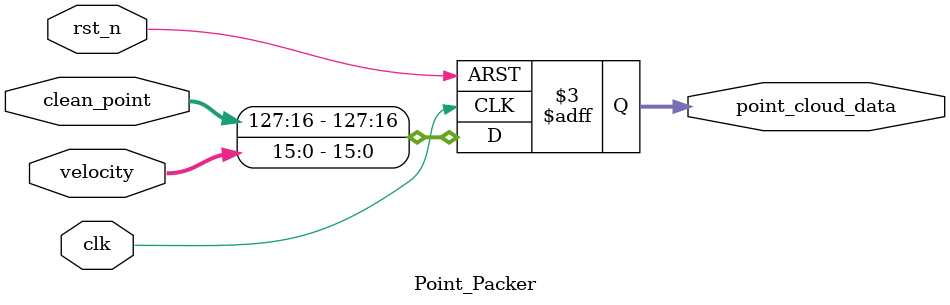
<source format=v>
module Point_Packer (
    input  wire         clk,          // Clock đồng bộ
    input  wire         rst_n,        // Reset tích cực mức thấp
    input  wire [127:0] clean_point,  // Đầu vào: Điểm sạch 128-bit từ Clutter Remover
    input  wire [15:0]  velocity,     // Đầu vào: Vận tốc 16-bit từ Doppler Processor
    output reg  [127:0] point_cloud_data // Đầu ra: Đám mây điểm radar 128-bit
);

// Pipeline đăng ký đầu ra
always @(posedge clk or negedge rst_n) begin
    if (!rst_n) begin
        point_cloud_data <= 128'b0; // Khởi tạo đầu ra về 0 khi reset
    end
    else begin
        point_cloud_data <= {clean_point[127:16], velocity}; // Ghép 112 bit cao của clean_point với 16 bit velocity
    end
end

endmodule
</source>
